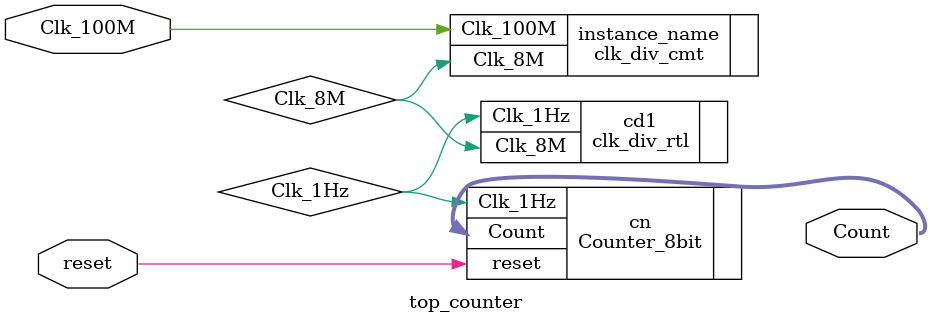
<source format=v>
`timescale 1ns / 1ps


module top_counter(
    input Clk_100M,
    input reset,
    output [7:0] Count
    );
    
    
    wire Clk_8M, Clk_1Hz;
  clk_div_cmt instance_name
   (
    // Clock out ports
    .Clk_8M(Clk_8M),     // output Clk_8M
   // Clock in ports
    .Clk_100M(Clk_100M));      // input Clk_100M    
    clk_div_rtl cd1(.Clk_8M(Clk_8M), .Clk_1Hz(Clk_1Hz));
    
    
    Counter_8bit cn(.Clk_1Hz(Clk_1Hz), .reset(reset), .Count(Count));


endmodule

</source>
